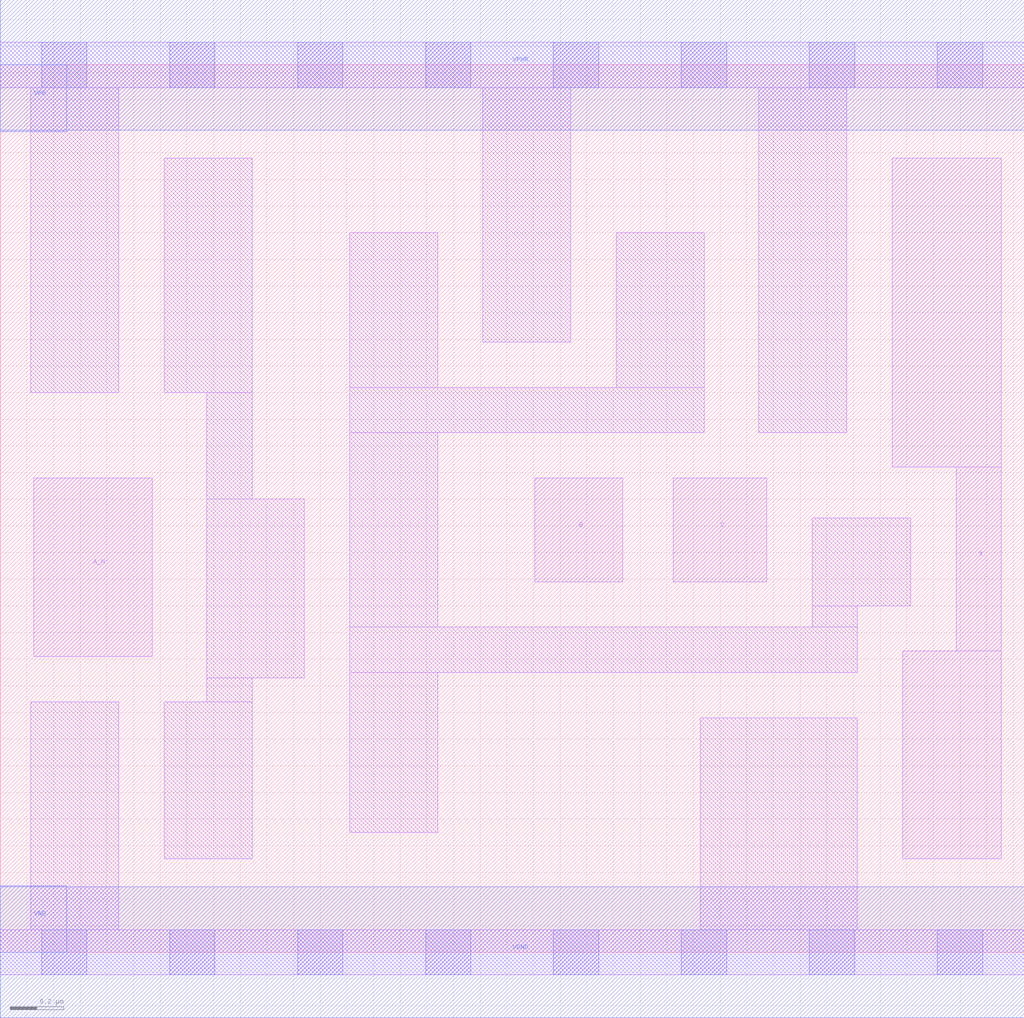
<source format=lef>
# Copyright 2020 The SkyWater PDK Authors
#
# Licensed under the Apache License, Version 2.0 (the "License");
# you may not use this file except in compliance with the License.
# You may obtain a copy of the License at
#
#     https://www.apache.org/licenses/LICENSE-2.0
#
# Unless required by applicable law or agreed to in writing, software
# distributed under the License is distributed on an "AS IS" BASIS,
# WITHOUT WARRANTIES OR CONDITIONS OF ANY KIND, either express or implied.
# See the License for the specific language governing permissions and
# limitations under the License.
#
# SPDX-License-Identifier: Apache-2.0

VERSION 5.5 ;
NAMESCASESENSITIVE ON ;
BUSBITCHARS "[]" ;
DIVIDERCHAR "/" ;
MACRO sky130_fd_sc_ms__and3b_1
  CLASS CORE ;
  SOURCE USER ;
  ORIGIN  0.000000  0.000000 ;
  SIZE  3.840000 BY  3.330000 ;
  SYMMETRY X Y ;
  SITE unit ;
  PIN A_N
    ANTENNAGATEAREA  0.208000 ;
    DIRECTION INPUT ;
    USE SIGNAL ;
    PORT
      LAYER li1 ;
        RECT 0.125000 1.110000 0.570000 1.780000 ;
    END
  END A_N
  PIN B
    ANTENNAGATEAREA  0.222000 ;
    DIRECTION INPUT ;
    USE SIGNAL ;
    PORT
      LAYER li1 ;
        RECT 2.005000 1.390000 2.335000 1.780000 ;
    END
  END B
  PIN C
    ANTENNAGATEAREA  0.222000 ;
    DIRECTION INPUT ;
    USE SIGNAL ;
    PORT
      LAYER li1 ;
        RECT 2.525000 1.390000 2.875000 1.780000 ;
    END
  END C
  PIN X
    ANTENNADIFFAREA  0.541300 ;
    DIRECTION OUTPUT ;
    USE SIGNAL ;
    PORT
      LAYER li1 ;
        RECT 3.345000 1.820000 3.755000 2.980000 ;
        RECT 3.385000 0.350000 3.755000 1.130000 ;
        RECT 3.585000 1.130000 3.755000 1.820000 ;
    END
  END X
  PIN VGND
    DIRECTION INOUT ;
    USE GROUND ;
    PORT
      LAYER met1 ;
        RECT 0.000000 -0.245000 3.840000 0.245000 ;
    END
  END VGND
  PIN VNB
    DIRECTION INOUT ;
    USE GROUND ;
    PORT
      LAYER met1 ;
        RECT 0.000000 0.000000 0.250000 0.250000 ;
    END
  END VNB
  PIN VPB
    DIRECTION INOUT ;
    USE POWER ;
    PORT
      LAYER met1 ;
        RECT 0.000000 3.080000 0.250000 3.330000 ;
    END
  END VPB
  PIN VPWR
    DIRECTION INOUT ;
    USE POWER ;
    PORT
      LAYER met1 ;
        RECT 0.000000 3.085000 3.840000 3.575000 ;
    END
  END VPWR
  OBS
    LAYER li1 ;
      RECT 0.000000 -0.085000 3.840000 0.085000 ;
      RECT 0.000000  3.245000 3.840000 3.415000 ;
      RECT 0.115000  0.085000 0.445000 0.940000 ;
      RECT 0.115000  2.100000 0.445000 3.245000 ;
      RECT 0.615000  0.350000 0.945000 0.940000 ;
      RECT 0.615000  2.100000 0.945000 2.980000 ;
      RECT 0.775000  0.940000 0.945000 1.030000 ;
      RECT 0.775000  1.030000 1.140000 1.700000 ;
      RECT 0.775000  1.700000 0.945000 2.100000 ;
      RECT 1.310000  0.450000 1.640000 1.050000 ;
      RECT 1.310000  1.050000 3.215000 1.220000 ;
      RECT 1.310000  1.220000 1.640000 1.950000 ;
      RECT 1.310000  1.950000 2.640000 2.120000 ;
      RECT 1.310000  2.120000 1.640000 2.700000 ;
      RECT 1.810000  2.290000 2.140000 3.245000 ;
      RECT 2.310000  2.120000 2.640000 2.700000 ;
      RECT 2.625000  0.085000 3.215000 0.880000 ;
      RECT 2.845000  1.950000 3.175000 3.245000 ;
      RECT 3.045000  1.220000 3.215000 1.300000 ;
      RECT 3.045000  1.300000 3.415000 1.630000 ;
    LAYER mcon ;
      RECT 0.155000 -0.085000 0.325000 0.085000 ;
      RECT 0.155000  3.245000 0.325000 3.415000 ;
      RECT 0.635000 -0.085000 0.805000 0.085000 ;
      RECT 0.635000  3.245000 0.805000 3.415000 ;
      RECT 1.115000 -0.085000 1.285000 0.085000 ;
      RECT 1.115000  3.245000 1.285000 3.415000 ;
      RECT 1.595000 -0.085000 1.765000 0.085000 ;
      RECT 1.595000  3.245000 1.765000 3.415000 ;
      RECT 2.075000 -0.085000 2.245000 0.085000 ;
      RECT 2.075000  3.245000 2.245000 3.415000 ;
      RECT 2.555000 -0.085000 2.725000 0.085000 ;
      RECT 2.555000  3.245000 2.725000 3.415000 ;
      RECT 3.035000 -0.085000 3.205000 0.085000 ;
      RECT 3.035000  3.245000 3.205000 3.415000 ;
      RECT 3.515000 -0.085000 3.685000 0.085000 ;
      RECT 3.515000  3.245000 3.685000 3.415000 ;
  END
END sky130_fd_sc_ms__and3b_1
END LIBRARY

</source>
